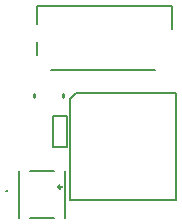
<source format=gto>
G04 Layer_Color=15132400*
%FSLAX25Y25*%
%MOIN*%
G70*
G01*
G75*
%ADD24C,0.01000*%
%ADD61C,0.00500*%
%ADD62C,0.00787*%
D24*
X112406Y104469D02*
G03*
X112406Y104469I-500J0D01*
G01*
X94300Y103200D02*
G03*
X94300Y103200I-200J0D01*
G01*
X103300Y134500D02*
Y135500D01*
X112800Y134500D02*
Y135500D01*
D61*
X113681Y109744D02*
X113681Y94193D01*
X98130Y94193D02*
Y109744D01*
X101906Y94193D02*
X109906D01*
X101906Y109744D02*
X109906Y109744D01*
X109055Y143504D02*
X143701D01*
X104331Y148425D02*
Y152756D01*
Y164961D02*
X149213D01*
X104331Y158661D02*
Y164961D01*
X149213Y157087D02*
Y164961D01*
D62*
X115283Y100283D02*
Y133748D01*
Y100283D02*
X150716D01*
Y135716D01*
X117252D02*
X150716D01*
X115283Y133748D02*
X117252Y135716D01*
X109638Y117882D02*
X114362D01*
X109638Y128118D02*
X114362D01*
X109638Y117882D02*
Y128118D01*
X114362Y117882D02*
Y128118D01*
M02*

</source>
